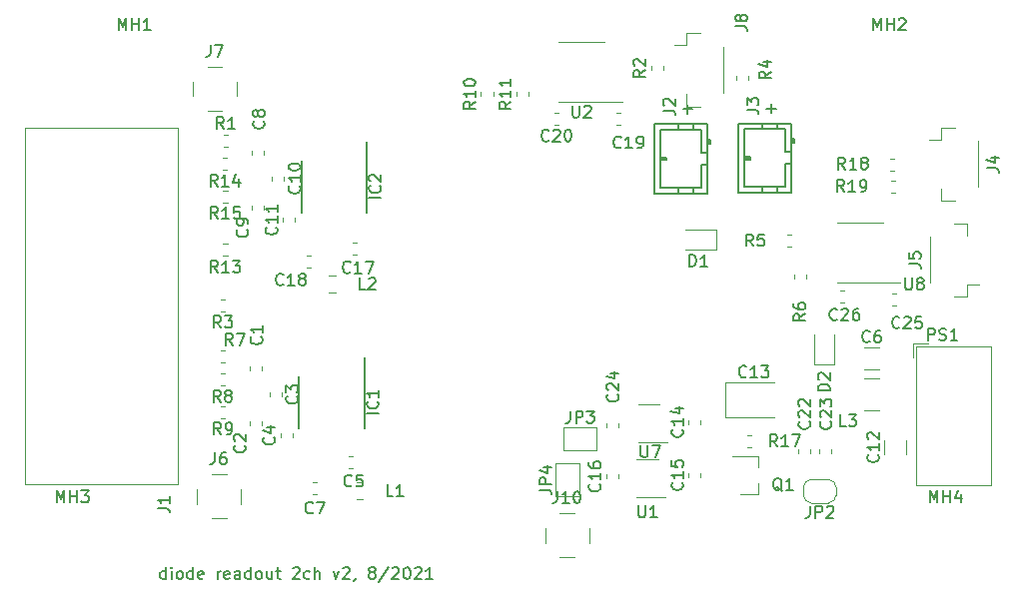
<source format=gto>
G04 #@! TF.GenerationSoftware,KiCad,Pcbnew,(5.1.5-0)*
G04 #@! TF.CreationDate,2021-08-24T11:58:41-06:00*
G04 #@! TF.ProjectId,2ch-ads,3263682d-6164-4732-9e6b-696361645f70,rev?*
G04 #@! TF.SameCoordinates,Original*
G04 #@! TF.FileFunction,Legend,Top*
G04 #@! TF.FilePolarity,Positive*
%FSLAX46Y46*%
G04 Gerber Fmt 4.6, Leading zero omitted, Abs format (unit mm)*
G04 Created by KiCad (PCBNEW (5.1.5-0)) date 2021-08-24 11:58:41*
%MOMM*%
%LPD*%
G04 APERTURE LIST*
%ADD10C,0.150000*%
%ADD11C,0.120000*%
G04 APERTURE END LIST*
D10*
X104928571Y-123452380D02*
X104928571Y-122452380D01*
X104928571Y-123404761D02*
X104833333Y-123452380D01*
X104642857Y-123452380D01*
X104547619Y-123404761D01*
X104500000Y-123357142D01*
X104452380Y-123261904D01*
X104452380Y-122976190D01*
X104500000Y-122880952D01*
X104547619Y-122833333D01*
X104642857Y-122785714D01*
X104833333Y-122785714D01*
X104928571Y-122833333D01*
X105404761Y-123452380D02*
X105404761Y-122785714D01*
X105404761Y-122452380D02*
X105357142Y-122500000D01*
X105404761Y-122547619D01*
X105452380Y-122500000D01*
X105404761Y-122452380D01*
X105404761Y-122547619D01*
X106023809Y-123452380D02*
X105928571Y-123404761D01*
X105880952Y-123357142D01*
X105833333Y-123261904D01*
X105833333Y-122976190D01*
X105880952Y-122880952D01*
X105928571Y-122833333D01*
X106023809Y-122785714D01*
X106166666Y-122785714D01*
X106261904Y-122833333D01*
X106309523Y-122880952D01*
X106357142Y-122976190D01*
X106357142Y-123261904D01*
X106309523Y-123357142D01*
X106261904Y-123404761D01*
X106166666Y-123452380D01*
X106023809Y-123452380D01*
X107214285Y-123452380D02*
X107214285Y-122452380D01*
X107214285Y-123404761D02*
X107119047Y-123452380D01*
X106928571Y-123452380D01*
X106833333Y-123404761D01*
X106785714Y-123357142D01*
X106738095Y-123261904D01*
X106738095Y-122976190D01*
X106785714Y-122880952D01*
X106833333Y-122833333D01*
X106928571Y-122785714D01*
X107119047Y-122785714D01*
X107214285Y-122833333D01*
X108071428Y-123404761D02*
X107976190Y-123452380D01*
X107785714Y-123452380D01*
X107690476Y-123404761D01*
X107642857Y-123309523D01*
X107642857Y-122928571D01*
X107690476Y-122833333D01*
X107785714Y-122785714D01*
X107976190Y-122785714D01*
X108071428Y-122833333D01*
X108119047Y-122928571D01*
X108119047Y-123023809D01*
X107642857Y-123119047D01*
X109309523Y-123452380D02*
X109309523Y-122785714D01*
X109309523Y-122976190D02*
X109357142Y-122880952D01*
X109404761Y-122833333D01*
X109500000Y-122785714D01*
X109595238Y-122785714D01*
X110309523Y-123404761D02*
X110214285Y-123452380D01*
X110023809Y-123452380D01*
X109928571Y-123404761D01*
X109880952Y-123309523D01*
X109880952Y-122928571D01*
X109928571Y-122833333D01*
X110023809Y-122785714D01*
X110214285Y-122785714D01*
X110309523Y-122833333D01*
X110357142Y-122928571D01*
X110357142Y-123023809D01*
X109880952Y-123119047D01*
X111214285Y-123452380D02*
X111214285Y-122928571D01*
X111166666Y-122833333D01*
X111071428Y-122785714D01*
X110880952Y-122785714D01*
X110785714Y-122833333D01*
X111214285Y-123404761D02*
X111119047Y-123452380D01*
X110880952Y-123452380D01*
X110785714Y-123404761D01*
X110738095Y-123309523D01*
X110738095Y-123214285D01*
X110785714Y-123119047D01*
X110880952Y-123071428D01*
X111119047Y-123071428D01*
X111214285Y-123023809D01*
X112119047Y-123452380D02*
X112119047Y-122452380D01*
X112119047Y-123404761D02*
X112023809Y-123452380D01*
X111833333Y-123452380D01*
X111738095Y-123404761D01*
X111690476Y-123357142D01*
X111642857Y-123261904D01*
X111642857Y-122976190D01*
X111690476Y-122880952D01*
X111738095Y-122833333D01*
X111833333Y-122785714D01*
X112023809Y-122785714D01*
X112119047Y-122833333D01*
X112738095Y-123452380D02*
X112642857Y-123404761D01*
X112595238Y-123357142D01*
X112547619Y-123261904D01*
X112547619Y-122976190D01*
X112595238Y-122880952D01*
X112642857Y-122833333D01*
X112738095Y-122785714D01*
X112880952Y-122785714D01*
X112976190Y-122833333D01*
X113023809Y-122880952D01*
X113071428Y-122976190D01*
X113071428Y-123261904D01*
X113023809Y-123357142D01*
X112976190Y-123404761D01*
X112880952Y-123452380D01*
X112738095Y-123452380D01*
X113928571Y-122785714D02*
X113928571Y-123452380D01*
X113500000Y-122785714D02*
X113500000Y-123309523D01*
X113547619Y-123404761D01*
X113642857Y-123452380D01*
X113785714Y-123452380D01*
X113880952Y-123404761D01*
X113928571Y-123357142D01*
X114261904Y-122785714D02*
X114642857Y-122785714D01*
X114404761Y-122452380D02*
X114404761Y-123309523D01*
X114452380Y-123404761D01*
X114547619Y-123452380D01*
X114642857Y-123452380D01*
X115690476Y-122547619D02*
X115738095Y-122500000D01*
X115833333Y-122452380D01*
X116071428Y-122452380D01*
X116166666Y-122500000D01*
X116214285Y-122547619D01*
X116261904Y-122642857D01*
X116261904Y-122738095D01*
X116214285Y-122880952D01*
X115642857Y-123452380D01*
X116261904Y-123452380D01*
X117119047Y-123404761D02*
X117023809Y-123452380D01*
X116833333Y-123452380D01*
X116738095Y-123404761D01*
X116690476Y-123357142D01*
X116642857Y-123261904D01*
X116642857Y-122976190D01*
X116690476Y-122880952D01*
X116738095Y-122833333D01*
X116833333Y-122785714D01*
X117023809Y-122785714D01*
X117119047Y-122833333D01*
X117547619Y-123452380D02*
X117547619Y-122452380D01*
X117976190Y-123452380D02*
X117976190Y-122928571D01*
X117928571Y-122833333D01*
X117833333Y-122785714D01*
X117690476Y-122785714D01*
X117595238Y-122833333D01*
X117547619Y-122880952D01*
X119119047Y-122785714D02*
X119357142Y-123452380D01*
X119595238Y-122785714D01*
X119928571Y-122547619D02*
X119976190Y-122500000D01*
X120071428Y-122452380D01*
X120309523Y-122452380D01*
X120404761Y-122500000D01*
X120452380Y-122547619D01*
X120500000Y-122642857D01*
X120500000Y-122738095D01*
X120452380Y-122880952D01*
X119880952Y-123452380D01*
X120500000Y-123452380D01*
X120976190Y-123404761D02*
X120976190Y-123452380D01*
X120928571Y-123547619D01*
X120880952Y-123595238D01*
X122309523Y-122880952D02*
X122214285Y-122833333D01*
X122166666Y-122785714D01*
X122119047Y-122690476D01*
X122119047Y-122642857D01*
X122166666Y-122547619D01*
X122214285Y-122500000D01*
X122309523Y-122452380D01*
X122500000Y-122452380D01*
X122595238Y-122500000D01*
X122642857Y-122547619D01*
X122690476Y-122642857D01*
X122690476Y-122690476D01*
X122642857Y-122785714D01*
X122595238Y-122833333D01*
X122500000Y-122880952D01*
X122309523Y-122880952D01*
X122214285Y-122928571D01*
X122166666Y-122976190D01*
X122119047Y-123071428D01*
X122119047Y-123261904D01*
X122166666Y-123357142D01*
X122214285Y-123404761D01*
X122309523Y-123452380D01*
X122500000Y-123452380D01*
X122595238Y-123404761D01*
X122642857Y-123357142D01*
X122690476Y-123261904D01*
X122690476Y-123071428D01*
X122642857Y-122976190D01*
X122595238Y-122928571D01*
X122500000Y-122880952D01*
X123833333Y-122404761D02*
X122976190Y-123690476D01*
X124119047Y-122547619D02*
X124166666Y-122500000D01*
X124261904Y-122452380D01*
X124500000Y-122452380D01*
X124595238Y-122500000D01*
X124642857Y-122547619D01*
X124690476Y-122642857D01*
X124690476Y-122738095D01*
X124642857Y-122880952D01*
X124071428Y-123452380D01*
X124690476Y-123452380D01*
X125309523Y-122452380D02*
X125404761Y-122452380D01*
X125500000Y-122500000D01*
X125547619Y-122547619D01*
X125595238Y-122642857D01*
X125642857Y-122833333D01*
X125642857Y-123071428D01*
X125595238Y-123261904D01*
X125547619Y-123357142D01*
X125500000Y-123404761D01*
X125404761Y-123452380D01*
X125309523Y-123452380D01*
X125214285Y-123404761D01*
X125166666Y-123357142D01*
X125119047Y-123261904D01*
X125071428Y-123071428D01*
X125071428Y-122833333D01*
X125119047Y-122642857D01*
X125166666Y-122547619D01*
X125214285Y-122500000D01*
X125309523Y-122452380D01*
X126023809Y-122547619D02*
X126071428Y-122500000D01*
X126166666Y-122452380D01*
X126404761Y-122452380D01*
X126500000Y-122500000D01*
X126547619Y-122547619D01*
X126595238Y-122642857D01*
X126595238Y-122738095D01*
X126547619Y-122880952D01*
X125976190Y-123452380D01*
X126595238Y-123452380D01*
X127547619Y-123452380D02*
X126976190Y-123452380D01*
X127261904Y-123452380D02*
X127261904Y-122452380D01*
X127166666Y-122595238D01*
X127071428Y-122690476D01*
X126976190Y-122738095D01*
D11*
X109946267Y-99740000D02*
X109603733Y-99740000D01*
X109946267Y-100760000D02*
X109603733Y-100760000D01*
X140150000Y-83010000D02*
X143600000Y-83010000D01*
X140150000Y-83010000D02*
X138200000Y-83010000D01*
X140150000Y-77890000D02*
X142100000Y-77890000D01*
X140150000Y-77890000D02*
X138200000Y-77890000D01*
X135660000Y-82496267D02*
X135660000Y-82153733D01*
X134640000Y-82496267D02*
X134640000Y-82153733D01*
X132660000Y-82496267D02*
X132660000Y-82153733D01*
X131640000Y-82496267D02*
X131640000Y-82153733D01*
X154260000Y-81096267D02*
X154260000Y-80753733D01*
X153240000Y-81096267D02*
X153240000Y-80753733D01*
X147060000Y-80296267D02*
X147060000Y-79953733D01*
X146040000Y-80296267D02*
X146040000Y-79953733D01*
X152160000Y-78310000D02*
X152160000Y-82190000D01*
X149040000Y-83360000D02*
X149040000Y-82310000D01*
X150190000Y-83360000D02*
X149040000Y-83360000D01*
X149040000Y-78190000D02*
X148050000Y-78190000D01*
X149040000Y-77140000D02*
X149040000Y-78190000D01*
X150190000Y-77140000D02*
X149040000Y-77140000D01*
D10*
X121950000Y-86375000D02*
X121950000Y-92350000D01*
X116425000Y-87950000D02*
X116425000Y-92350000D01*
X121750000Y-104675000D02*
X121750000Y-110650000D01*
X116225000Y-106250000D02*
X116225000Y-110650000D01*
D11*
X138196267Y-83940000D02*
X137853733Y-83940000D01*
X138196267Y-84960000D02*
X137853733Y-84960000D01*
X143103733Y-84960000D02*
X143446267Y-84960000D01*
X143103733Y-83940000D02*
X143446267Y-83940000D01*
X116828733Y-97010000D02*
X117171267Y-97010000D01*
X116828733Y-95990000D02*
X117171267Y-95990000D01*
X120753733Y-95960000D02*
X121096267Y-95960000D01*
X120753733Y-94940000D02*
X121096267Y-94940000D01*
X115860000Y-93146267D02*
X115860000Y-92803733D01*
X114840000Y-93146267D02*
X114840000Y-92803733D01*
X113940000Y-89303733D02*
X113940000Y-89646267D01*
X114960000Y-89303733D02*
X114960000Y-89646267D01*
X112240000Y-91803733D02*
X112240000Y-92146267D01*
X113260000Y-91803733D02*
X113260000Y-92146267D01*
X112240000Y-87103733D02*
X112240000Y-87446267D01*
X113260000Y-87103733D02*
X113260000Y-87446267D01*
X117403733Y-116260000D02*
X117746267Y-116260000D01*
X117403733Y-115240000D02*
X117746267Y-115240000D01*
X120403733Y-114060000D02*
X120746267Y-114060000D01*
X120403733Y-113040000D02*
X120746267Y-113040000D01*
X115660000Y-111446267D02*
X115660000Y-111103733D01*
X114640000Y-111446267D02*
X114640000Y-111103733D01*
X113740000Y-107603733D02*
X113740000Y-107946267D01*
X114760000Y-107603733D02*
X114760000Y-107946267D01*
X112040000Y-110103733D02*
X112040000Y-110446267D01*
X113060000Y-110103733D02*
X113060000Y-110446267D01*
X112040000Y-105403733D02*
X112040000Y-105746267D01*
X113060000Y-105403733D02*
X113060000Y-105746267D01*
X152302500Y-109760000D02*
X156512500Y-109760000D01*
X152302500Y-106740000D02*
X152302500Y-109760000D01*
X156512500Y-106740000D02*
X152302500Y-106740000D01*
X139570000Y-121620000D02*
X138330000Y-121620000D01*
X139570000Y-117880000D02*
X138330000Y-117880000D01*
X137080000Y-120370000D02*
X137080000Y-119130000D01*
X140820000Y-120370000D02*
X140820000Y-119130000D01*
X166746267Y-89640000D02*
X166403733Y-89640000D01*
X166746267Y-90660000D02*
X166403733Y-90660000D01*
X166621267Y-87840000D02*
X166278733Y-87840000D01*
X166621267Y-88860000D02*
X166278733Y-88860000D01*
X137950000Y-116450000D02*
X137950000Y-113650000D01*
X137950000Y-113650000D02*
X139950000Y-113650000D01*
X139950000Y-113650000D02*
X139950000Y-116450000D01*
X139950000Y-116450000D02*
X137950000Y-116450000D01*
X138650000Y-110550000D02*
X141450000Y-110550000D01*
X141450000Y-110550000D02*
X141450000Y-112550000D01*
X141450000Y-112550000D02*
X138650000Y-112550000D01*
X138650000Y-112550000D02*
X138650000Y-110550000D01*
X109700000Y-83750000D02*
X108460000Y-83750000D01*
X109700000Y-80010000D02*
X108460000Y-80010000D01*
X107210000Y-82500000D02*
X107210000Y-81260000D01*
X110950000Y-82500000D02*
X110950000Y-81260000D01*
X110070000Y-118320000D02*
X108830000Y-118320000D01*
X110070000Y-114580000D02*
X108830000Y-114580000D01*
X107580000Y-117070000D02*
X107580000Y-115830000D01*
X111320000Y-117070000D02*
X111320000Y-115830000D01*
X162421267Y-98940000D02*
X162078733Y-98940000D01*
X162421267Y-99960000D02*
X162078733Y-99960000D01*
X166453733Y-100260000D02*
X166796267Y-100260000D01*
X166453733Y-99240000D02*
X166796267Y-99240000D01*
X163750000Y-98310000D02*
X167200000Y-98310000D01*
X163750000Y-98310000D02*
X161800000Y-98310000D01*
X163750000Y-93190000D02*
X165700000Y-93190000D01*
X163750000Y-93190000D02*
X161800000Y-93190000D01*
X144950000Y-111810000D02*
X147400000Y-111810000D01*
X146750000Y-108590000D02*
X144950000Y-108590000D01*
X144850000Y-116470000D02*
X147300000Y-116470000D01*
X146650000Y-113250000D02*
X144850000Y-113250000D01*
X154546267Y-111240000D02*
X154203733Y-111240000D01*
X154546267Y-112260000D02*
X154203733Y-112260000D01*
X165352064Y-106390000D02*
X164147936Y-106390000D01*
X165352064Y-109110000D02*
X164147936Y-109110000D01*
X171710000Y-99490000D02*
X172860000Y-99490000D01*
X172860000Y-99490000D02*
X172860000Y-98440000D01*
X172860000Y-98440000D02*
X173850000Y-98440000D01*
X171710000Y-93270000D02*
X172860000Y-93270000D01*
X172860000Y-93270000D02*
X172860000Y-94320000D01*
X169740000Y-98320000D02*
X169740000Y-94440000D01*
X171790000Y-85140000D02*
X170640000Y-85140000D01*
X170640000Y-85140000D02*
X170640000Y-86190000D01*
X170640000Y-86190000D02*
X169650000Y-86190000D01*
X171790000Y-91360000D02*
X170640000Y-91360000D01*
X170640000Y-91360000D02*
X170640000Y-90310000D01*
X173760000Y-86310000D02*
X173760000Y-90190000D01*
X143260000Y-110546267D02*
X143260000Y-110203733D01*
X142240000Y-110546267D02*
X142240000Y-110203733D01*
X143260000Y-114921267D02*
X143260000Y-114578733D01*
X142240000Y-114921267D02*
X142240000Y-114578733D01*
X150260000Y-114796267D02*
X150260000Y-114453733D01*
X149240000Y-114796267D02*
X149240000Y-114453733D01*
X150260000Y-110296267D02*
X150260000Y-109953733D01*
X149240000Y-110296267D02*
X149240000Y-109953733D01*
X167660000Y-112864564D02*
X167660000Y-111660436D01*
X165840000Y-112864564D02*
X165840000Y-111660436D01*
X164147936Y-105660000D02*
X165352064Y-105660000D01*
X164147936Y-103840000D02*
X165352064Y-103840000D01*
X159185000Y-97971267D02*
X159185000Y-97628733D01*
X158165000Y-97971267D02*
X158165000Y-97628733D01*
X157578733Y-95260000D02*
X157921267Y-95260000D01*
X157578733Y-94240000D02*
X157921267Y-94240000D01*
X168300000Y-103480000D02*
X168300000Y-104680000D01*
X169500000Y-103480000D02*
X168300000Y-103480000D01*
X174840000Y-115450000D02*
X168500000Y-115450000D01*
X168500000Y-103680000D02*
X168500000Y-115450000D01*
X174840000Y-103680000D02*
X168500000Y-103680000D01*
X174840000Y-103680000D02*
X174840000Y-115450000D01*
X155110000Y-116230000D02*
X153650000Y-116230000D01*
X155110000Y-113070000D02*
X152950000Y-113070000D01*
X155110000Y-113070000D02*
X155110000Y-114000000D01*
X155110000Y-116230000D02*
X155110000Y-115300000D01*
X161050000Y-117000000D02*
X159650000Y-117000000D01*
X158950000Y-116300000D02*
X158950000Y-115700000D01*
X159650000Y-115000000D02*
X161050000Y-115000000D01*
X161750000Y-115700000D02*
X161750000Y-116300000D01*
X161750000Y-116300000D02*
G75*
G02X161050000Y-117000000I-700000J0D01*
G01*
X161050000Y-115000000D02*
G75*
G02X161750000Y-115700000I0J-700000D01*
G01*
X158950000Y-115700000D02*
G75*
G02X159650000Y-115000000I700000J0D01*
G01*
X159650000Y-117000000D02*
G75*
G02X158950000Y-116300000I0J700000D01*
G01*
D10*
X153950000Y-87750000D02*
X154450000Y-87750000D01*
X154450000Y-87850000D02*
X153950000Y-87850000D01*
X154450000Y-87650000D02*
X154450000Y-87850000D01*
X153950000Y-87650000D02*
X154450000Y-87650000D01*
X158050000Y-86450000D02*
X158050000Y-86150000D01*
X158150000Y-86150000D02*
X157950000Y-86150000D01*
X158150000Y-86450000D02*
X158150000Y-86150000D01*
X157950000Y-86450000D02*
X158150000Y-86450000D01*
X155450000Y-90200000D02*
X155450000Y-90700000D01*
X156750000Y-90200000D02*
X156750000Y-90700000D01*
X155450000Y-84800000D02*
X155450000Y-85300000D01*
X156750000Y-84800000D02*
X156750000Y-85300000D01*
X157450000Y-88250000D02*
X157950000Y-88250000D01*
X157450000Y-90200000D02*
X157450000Y-88250000D01*
X153950000Y-90200000D02*
X157450000Y-90200000D01*
X153950000Y-85300000D02*
X153950000Y-90200000D01*
X157450000Y-85300000D02*
X153950000Y-85300000D01*
X157450000Y-87250000D02*
X157450000Y-85300000D01*
X157950000Y-87250000D02*
X157450000Y-87250000D01*
X153450000Y-90700000D02*
X153450000Y-84800000D01*
X157950000Y-90700000D02*
X153450000Y-90700000D01*
X157950000Y-84800000D02*
X157950000Y-90700000D01*
X153450000Y-84800000D02*
X157950000Y-84800000D01*
X156650000Y-83550000D02*
X155850000Y-83550000D01*
X155850000Y-83550000D02*
X156250000Y-83550000D01*
X156250000Y-83550000D02*
X156250000Y-83750000D01*
X156250000Y-83750000D02*
X156250000Y-83150000D01*
X156250000Y-83150000D02*
X156250000Y-83950000D01*
X146850000Y-87800000D02*
X147350000Y-87800000D01*
X147350000Y-87900000D02*
X146850000Y-87900000D01*
X147350000Y-87700000D02*
X147350000Y-87900000D01*
X146850000Y-87700000D02*
X147350000Y-87700000D01*
X150950000Y-86500000D02*
X150950000Y-86200000D01*
X151050000Y-86200000D02*
X150850000Y-86200000D01*
X151050000Y-86500000D02*
X151050000Y-86200000D01*
X150850000Y-86500000D02*
X151050000Y-86500000D01*
X148350000Y-90250000D02*
X148350000Y-90750000D01*
X149650000Y-90250000D02*
X149650000Y-90750000D01*
X148350000Y-84850000D02*
X148350000Y-85350000D01*
X149650000Y-84850000D02*
X149650000Y-85350000D01*
X150350000Y-88300000D02*
X150850000Y-88300000D01*
X150350000Y-90250000D02*
X150350000Y-88300000D01*
X146850000Y-90250000D02*
X150350000Y-90250000D01*
X146850000Y-85350000D02*
X146850000Y-90250000D01*
X150350000Y-85350000D02*
X146850000Y-85350000D01*
X150350000Y-87300000D02*
X150350000Y-85350000D01*
X150850000Y-87300000D02*
X150350000Y-87300000D01*
X146350000Y-90750000D02*
X146350000Y-84850000D01*
X150850000Y-90750000D02*
X146350000Y-90750000D01*
X150850000Y-84850000D02*
X150850000Y-90750000D01*
X146350000Y-84850000D02*
X150850000Y-84850000D01*
X149550000Y-83600000D02*
X148750000Y-83600000D01*
X148750000Y-83600000D02*
X149150000Y-83600000D01*
X149150000Y-83600000D02*
X149150000Y-83800000D01*
X149150000Y-83800000D02*
X149150000Y-83200000D01*
X149150000Y-83200000D02*
X149150000Y-84000000D01*
D11*
X159900000Y-105250000D02*
X159900000Y-102700000D01*
X161600000Y-105250000D02*
X161600000Y-102700000D01*
X159900000Y-105250000D02*
X161600000Y-105250000D01*
X151550000Y-95500000D02*
X149000000Y-95500000D01*
X151550000Y-93800000D02*
X149000000Y-93800000D01*
X151550000Y-95500000D02*
X151550000Y-93800000D01*
X160290000Y-112478733D02*
X160290000Y-112821267D01*
X161310000Y-112478733D02*
X161310000Y-112821267D01*
X158490000Y-112478733D02*
X158490000Y-112821267D01*
X159510000Y-112478733D02*
X159510000Y-112821267D01*
X119286252Y-97740000D02*
X118763748Y-97740000D01*
X119286252Y-99160000D02*
X118763748Y-99160000D01*
X121636252Y-115265000D02*
X121113748Y-115265000D01*
X121636252Y-116685000D02*
X121113748Y-116685000D01*
X110139267Y-90490000D02*
X109796733Y-90490000D01*
X110139267Y-91510000D02*
X109796733Y-91510000D01*
X110107267Y-87740000D02*
X109764733Y-87740000D01*
X110107267Y-88760000D02*
X109764733Y-88760000D01*
X109796733Y-96010000D02*
X110139267Y-96010000D01*
X109796733Y-94990000D02*
X110139267Y-94990000D01*
X109939267Y-108790000D02*
X109596733Y-108790000D01*
X109939267Y-109810000D02*
X109596733Y-109810000D01*
X109907267Y-106040000D02*
X109564733Y-106040000D01*
X109907267Y-107060000D02*
X109564733Y-107060000D01*
X109578733Y-105060000D02*
X109921267Y-105060000D01*
X109578733Y-104040000D02*
X109921267Y-104040000D01*
X109828733Y-86760000D02*
X110171267Y-86760000D01*
X109828733Y-85740000D02*
X110171267Y-85740000D01*
X105913000Y-85221000D02*
X105913000Y-115431000D01*
X105913000Y-85221000D02*
X93003000Y-85221000D01*
X93003000Y-115431000D02*
X105913000Y-115431000D01*
X93003000Y-115431000D02*
X93003000Y-85221000D01*
D10*
X109608333Y-102132380D02*
X109275000Y-101656190D01*
X109036904Y-102132380D02*
X109036904Y-101132380D01*
X109417857Y-101132380D01*
X109513095Y-101180000D01*
X109560714Y-101227619D01*
X109608333Y-101322857D01*
X109608333Y-101465714D01*
X109560714Y-101560952D01*
X109513095Y-101608571D01*
X109417857Y-101656190D01*
X109036904Y-101656190D01*
X109941666Y-101132380D02*
X110560714Y-101132380D01*
X110227380Y-101513333D01*
X110370238Y-101513333D01*
X110465476Y-101560952D01*
X110513095Y-101608571D01*
X110560714Y-101703809D01*
X110560714Y-101941904D01*
X110513095Y-102037142D01*
X110465476Y-102084761D01*
X110370238Y-102132380D01*
X110084523Y-102132380D01*
X109989285Y-102084761D01*
X109941666Y-102037142D01*
X139388095Y-83302380D02*
X139388095Y-84111904D01*
X139435714Y-84207142D01*
X139483333Y-84254761D01*
X139578571Y-84302380D01*
X139769047Y-84302380D01*
X139864285Y-84254761D01*
X139911904Y-84207142D01*
X139959523Y-84111904D01*
X139959523Y-83302380D01*
X140388095Y-83397619D02*
X140435714Y-83350000D01*
X140530952Y-83302380D01*
X140769047Y-83302380D01*
X140864285Y-83350000D01*
X140911904Y-83397619D01*
X140959523Y-83492857D01*
X140959523Y-83588095D01*
X140911904Y-83730952D01*
X140340476Y-84302380D01*
X140959523Y-84302380D01*
X134172380Y-82967857D02*
X133696190Y-83301190D01*
X134172380Y-83539285D02*
X133172380Y-83539285D01*
X133172380Y-83158333D01*
X133220000Y-83063095D01*
X133267619Y-83015476D01*
X133362857Y-82967857D01*
X133505714Y-82967857D01*
X133600952Y-83015476D01*
X133648571Y-83063095D01*
X133696190Y-83158333D01*
X133696190Y-83539285D01*
X134172380Y-82015476D02*
X134172380Y-82586904D01*
X134172380Y-82301190D02*
X133172380Y-82301190D01*
X133315238Y-82396428D01*
X133410476Y-82491666D01*
X133458095Y-82586904D01*
X134172380Y-81063095D02*
X134172380Y-81634523D01*
X134172380Y-81348809D02*
X133172380Y-81348809D01*
X133315238Y-81444047D01*
X133410476Y-81539285D01*
X133458095Y-81634523D01*
X131172380Y-82967857D02*
X130696190Y-83301190D01*
X131172380Y-83539285D02*
X130172380Y-83539285D01*
X130172380Y-83158333D01*
X130220000Y-83063095D01*
X130267619Y-83015476D01*
X130362857Y-82967857D01*
X130505714Y-82967857D01*
X130600952Y-83015476D01*
X130648571Y-83063095D01*
X130696190Y-83158333D01*
X130696190Y-83539285D01*
X131172380Y-82015476D02*
X131172380Y-82586904D01*
X131172380Y-82301190D02*
X130172380Y-82301190D01*
X130315238Y-82396428D01*
X130410476Y-82491666D01*
X130458095Y-82586904D01*
X130172380Y-81396428D02*
X130172380Y-81301190D01*
X130220000Y-81205952D01*
X130267619Y-81158333D01*
X130362857Y-81110714D01*
X130553333Y-81063095D01*
X130791428Y-81063095D01*
X130981904Y-81110714D01*
X131077142Y-81158333D01*
X131124761Y-81205952D01*
X131172380Y-81301190D01*
X131172380Y-81396428D01*
X131124761Y-81491666D01*
X131077142Y-81539285D01*
X130981904Y-81586904D01*
X130791428Y-81634523D01*
X130553333Y-81634523D01*
X130362857Y-81586904D01*
X130267619Y-81539285D01*
X130220000Y-81491666D01*
X130172380Y-81396428D01*
X156202380Y-80416666D02*
X155726190Y-80750000D01*
X156202380Y-80988095D02*
X155202380Y-80988095D01*
X155202380Y-80607142D01*
X155250000Y-80511904D01*
X155297619Y-80464285D01*
X155392857Y-80416666D01*
X155535714Y-80416666D01*
X155630952Y-80464285D01*
X155678571Y-80511904D01*
X155726190Y-80607142D01*
X155726190Y-80988095D01*
X155535714Y-79559523D02*
X156202380Y-79559523D01*
X155154761Y-79797619D02*
X155869047Y-80035714D01*
X155869047Y-79416666D01*
X145572380Y-80291666D02*
X145096190Y-80625000D01*
X145572380Y-80863095D02*
X144572380Y-80863095D01*
X144572380Y-80482142D01*
X144620000Y-80386904D01*
X144667619Y-80339285D01*
X144762857Y-80291666D01*
X144905714Y-80291666D01*
X145000952Y-80339285D01*
X145048571Y-80386904D01*
X145096190Y-80482142D01*
X145096190Y-80863095D01*
X144667619Y-79910714D02*
X144620000Y-79863095D01*
X144572380Y-79767857D01*
X144572380Y-79529761D01*
X144620000Y-79434523D01*
X144667619Y-79386904D01*
X144762857Y-79339285D01*
X144858095Y-79339285D01*
X145000952Y-79386904D01*
X145572380Y-79958333D01*
X145572380Y-79339285D01*
X153202380Y-76583333D02*
X153916666Y-76583333D01*
X154059523Y-76630952D01*
X154154761Y-76726190D01*
X154202380Y-76869047D01*
X154202380Y-76964285D01*
X153630952Y-75964285D02*
X153583333Y-76059523D01*
X153535714Y-76107142D01*
X153440476Y-76154761D01*
X153392857Y-76154761D01*
X153297619Y-76107142D01*
X153250000Y-76059523D01*
X153202380Y-75964285D01*
X153202380Y-75773809D01*
X153250000Y-75678571D01*
X153297619Y-75630952D01*
X153392857Y-75583333D01*
X153440476Y-75583333D01*
X153535714Y-75630952D01*
X153583333Y-75678571D01*
X153630952Y-75773809D01*
X153630952Y-75964285D01*
X153678571Y-76059523D01*
X153726190Y-76107142D01*
X153821428Y-76154761D01*
X154011904Y-76154761D01*
X154107142Y-76107142D01*
X154154761Y-76059523D01*
X154202380Y-75964285D01*
X154202380Y-75773809D01*
X154154761Y-75678571D01*
X154107142Y-75630952D01*
X154011904Y-75583333D01*
X153821428Y-75583333D01*
X153726190Y-75630952D01*
X153678571Y-75678571D01*
X153630952Y-75773809D01*
X123152380Y-91126190D02*
X122152380Y-91126190D01*
X123057142Y-90078571D02*
X123104761Y-90126190D01*
X123152380Y-90269047D01*
X123152380Y-90364285D01*
X123104761Y-90507142D01*
X123009523Y-90602380D01*
X122914285Y-90650000D01*
X122723809Y-90697619D01*
X122580952Y-90697619D01*
X122390476Y-90650000D01*
X122295238Y-90602380D01*
X122200000Y-90507142D01*
X122152380Y-90364285D01*
X122152380Y-90269047D01*
X122200000Y-90126190D01*
X122247619Y-90078571D01*
X122247619Y-89697619D02*
X122200000Y-89650000D01*
X122152380Y-89554761D01*
X122152380Y-89316666D01*
X122200000Y-89221428D01*
X122247619Y-89173809D01*
X122342857Y-89126190D01*
X122438095Y-89126190D01*
X122580952Y-89173809D01*
X123152380Y-89745238D01*
X123152380Y-89126190D01*
X122952380Y-109426190D02*
X121952380Y-109426190D01*
X122857142Y-108378571D02*
X122904761Y-108426190D01*
X122952380Y-108569047D01*
X122952380Y-108664285D01*
X122904761Y-108807142D01*
X122809523Y-108902380D01*
X122714285Y-108950000D01*
X122523809Y-108997619D01*
X122380952Y-108997619D01*
X122190476Y-108950000D01*
X122095238Y-108902380D01*
X122000000Y-108807142D01*
X121952380Y-108664285D01*
X121952380Y-108569047D01*
X122000000Y-108426190D01*
X122047619Y-108378571D01*
X122952380Y-107426190D02*
X122952380Y-107997619D01*
X122952380Y-107711904D02*
X121952380Y-107711904D01*
X122095238Y-107807142D01*
X122190476Y-107902380D01*
X122238095Y-107997619D01*
X137382142Y-86237142D02*
X137334523Y-86284761D01*
X137191666Y-86332380D01*
X137096428Y-86332380D01*
X136953571Y-86284761D01*
X136858333Y-86189523D01*
X136810714Y-86094285D01*
X136763095Y-85903809D01*
X136763095Y-85760952D01*
X136810714Y-85570476D01*
X136858333Y-85475238D01*
X136953571Y-85380000D01*
X137096428Y-85332380D01*
X137191666Y-85332380D01*
X137334523Y-85380000D01*
X137382142Y-85427619D01*
X137763095Y-85427619D02*
X137810714Y-85380000D01*
X137905952Y-85332380D01*
X138144047Y-85332380D01*
X138239285Y-85380000D01*
X138286904Y-85427619D01*
X138334523Y-85522857D01*
X138334523Y-85618095D01*
X138286904Y-85760952D01*
X137715476Y-86332380D01*
X138334523Y-86332380D01*
X138953571Y-85332380D02*
X139048809Y-85332380D01*
X139144047Y-85380000D01*
X139191666Y-85427619D01*
X139239285Y-85522857D01*
X139286904Y-85713333D01*
X139286904Y-85951428D01*
X139239285Y-86141904D01*
X139191666Y-86237142D01*
X139144047Y-86284761D01*
X139048809Y-86332380D01*
X138953571Y-86332380D01*
X138858333Y-86284761D01*
X138810714Y-86237142D01*
X138763095Y-86141904D01*
X138715476Y-85951428D01*
X138715476Y-85713333D01*
X138763095Y-85522857D01*
X138810714Y-85427619D01*
X138858333Y-85380000D01*
X138953571Y-85332380D01*
X143507142Y-86807142D02*
X143459523Y-86854761D01*
X143316666Y-86902380D01*
X143221428Y-86902380D01*
X143078571Y-86854761D01*
X142983333Y-86759523D01*
X142935714Y-86664285D01*
X142888095Y-86473809D01*
X142888095Y-86330952D01*
X142935714Y-86140476D01*
X142983333Y-86045238D01*
X143078571Y-85950000D01*
X143221428Y-85902380D01*
X143316666Y-85902380D01*
X143459523Y-85950000D01*
X143507142Y-85997619D01*
X144459523Y-86902380D02*
X143888095Y-86902380D01*
X144173809Y-86902380D02*
X144173809Y-85902380D01*
X144078571Y-86045238D01*
X143983333Y-86140476D01*
X143888095Y-86188095D01*
X144935714Y-86902380D02*
X145126190Y-86902380D01*
X145221428Y-86854761D01*
X145269047Y-86807142D01*
X145364285Y-86664285D01*
X145411904Y-86473809D01*
X145411904Y-86092857D01*
X145364285Y-85997619D01*
X145316666Y-85950000D01*
X145221428Y-85902380D01*
X145030952Y-85902380D01*
X144935714Y-85950000D01*
X144888095Y-85997619D01*
X144840476Y-86092857D01*
X144840476Y-86330952D01*
X144888095Y-86426190D01*
X144935714Y-86473809D01*
X145030952Y-86521428D01*
X145221428Y-86521428D01*
X145316666Y-86473809D01*
X145364285Y-86426190D01*
X145411904Y-86330952D01*
X114882142Y-98457142D02*
X114834523Y-98504761D01*
X114691666Y-98552380D01*
X114596428Y-98552380D01*
X114453571Y-98504761D01*
X114358333Y-98409523D01*
X114310714Y-98314285D01*
X114263095Y-98123809D01*
X114263095Y-97980952D01*
X114310714Y-97790476D01*
X114358333Y-97695238D01*
X114453571Y-97600000D01*
X114596428Y-97552380D01*
X114691666Y-97552380D01*
X114834523Y-97600000D01*
X114882142Y-97647619D01*
X115834523Y-98552380D02*
X115263095Y-98552380D01*
X115548809Y-98552380D02*
X115548809Y-97552380D01*
X115453571Y-97695238D01*
X115358333Y-97790476D01*
X115263095Y-97838095D01*
X116405952Y-97980952D02*
X116310714Y-97933333D01*
X116263095Y-97885714D01*
X116215476Y-97790476D01*
X116215476Y-97742857D01*
X116263095Y-97647619D01*
X116310714Y-97600000D01*
X116405952Y-97552380D01*
X116596428Y-97552380D01*
X116691666Y-97600000D01*
X116739285Y-97647619D01*
X116786904Y-97742857D01*
X116786904Y-97790476D01*
X116739285Y-97885714D01*
X116691666Y-97933333D01*
X116596428Y-97980952D01*
X116405952Y-97980952D01*
X116310714Y-98028571D01*
X116263095Y-98076190D01*
X116215476Y-98171428D01*
X116215476Y-98361904D01*
X116263095Y-98457142D01*
X116310714Y-98504761D01*
X116405952Y-98552380D01*
X116596428Y-98552380D01*
X116691666Y-98504761D01*
X116739285Y-98457142D01*
X116786904Y-98361904D01*
X116786904Y-98171428D01*
X116739285Y-98076190D01*
X116691666Y-98028571D01*
X116596428Y-97980952D01*
X120557142Y-97407142D02*
X120509523Y-97454761D01*
X120366666Y-97502380D01*
X120271428Y-97502380D01*
X120128571Y-97454761D01*
X120033333Y-97359523D01*
X119985714Y-97264285D01*
X119938095Y-97073809D01*
X119938095Y-96930952D01*
X119985714Y-96740476D01*
X120033333Y-96645238D01*
X120128571Y-96550000D01*
X120271428Y-96502380D01*
X120366666Y-96502380D01*
X120509523Y-96550000D01*
X120557142Y-96597619D01*
X121509523Y-97502380D02*
X120938095Y-97502380D01*
X121223809Y-97502380D02*
X121223809Y-96502380D01*
X121128571Y-96645238D01*
X121033333Y-96740476D01*
X120938095Y-96788095D01*
X121842857Y-96502380D02*
X122509523Y-96502380D01*
X122080952Y-97502380D01*
X114277142Y-93617857D02*
X114324761Y-93665476D01*
X114372380Y-93808333D01*
X114372380Y-93903571D01*
X114324761Y-94046428D01*
X114229523Y-94141666D01*
X114134285Y-94189285D01*
X113943809Y-94236904D01*
X113800952Y-94236904D01*
X113610476Y-94189285D01*
X113515238Y-94141666D01*
X113420000Y-94046428D01*
X113372380Y-93903571D01*
X113372380Y-93808333D01*
X113420000Y-93665476D01*
X113467619Y-93617857D01*
X114372380Y-92665476D02*
X114372380Y-93236904D01*
X114372380Y-92951190D02*
X113372380Y-92951190D01*
X113515238Y-93046428D01*
X113610476Y-93141666D01*
X113658095Y-93236904D01*
X114372380Y-91713095D02*
X114372380Y-92284523D01*
X114372380Y-91998809D02*
X113372380Y-91998809D01*
X113515238Y-92094047D01*
X113610476Y-92189285D01*
X113658095Y-92284523D01*
X116237142Y-90117857D02*
X116284761Y-90165476D01*
X116332380Y-90308333D01*
X116332380Y-90403571D01*
X116284761Y-90546428D01*
X116189523Y-90641666D01*
X116094285Y-90689285D01*
X115903809Y-90736904D01*
X115760952Y-90736904D01*
X115570476Y-90689285D01*
X115475238Y-90641666D01*
X115380000Y-90546428D01*
X115332380Y-90403571D01*
X115332380Y-90308333D01*
X115380000Y-90165476D01*
X115427619Y-90117857D01*
X116332380Y-89165476D02*
X116332380Y-89736904D01*
X116332380Y-89451190D02*
X115332380Y-89451190D01*
X115475238Y-89546428D01*
X115570476Y-89641666D01*
X115618095Y-89736904D01*
X115332380Y-88546428D02*
X115332380Y-88451190D01*
X115380000Y-88355952D01*
X115427619Y-88308333D01*
X115522857Y-88260714D01*
X115713333Y-88213095D01*
X115951428Y-88213095D01*
X116141904Y-88260714D01*
X116237142Y-88308333D01*
X116284761Y-88355952D01*
X116332380Y-88451190D01*
X116332380Y-88546428D01*
X116284761Y-88641666D01*
X116237142Y-88689285D01*
X116141904Y-88736904D01*
X115951428Y-88784523D01*
X115713333Y-88784523D01*
X115522857Y-88736904D01*
X115427619Y-88689285D01*
X115380000Y-88641666D01*
X115332380Y-88546428D01*
X111807142Y-93816666D02*
X111854761Y-93864285D01*
X111902380Y-94007142D01*
X111902380Y-94102380D01*
X111854761Y-94245238D01*
X111759523Y-94340476D01*
X111664285Y-94388095D01*
X111473809Y-94435714D01*
X111330952Y-94435714D01*
X111140476Y-94388095D01*
X111045238Y-94340476D01*
X110950000Y-94245238D01*
X110902380Y-94102380D01*
X110902380Y-94007142D01*
X110950000Y-93864285D01*
X110997619Y-93816666D01*
X111902380Y-93340476D02*
X111902380Y-93150000D01*
X111854761Y-93054761D01*
X111807142Y-93007142D01*
X111664285Y-92911904D01*
X111473809Y-92864285D01*
X111092857Y-92864285D01*
X110997619Y-92911904D01*
X110950000Y-92959523D01*
X110902380Y-93054761D01*
X110902380Y-93245238D01*
X110950000Y-93340476D01*
X110997619Y-93388095D01*
X111092857Y-93435714D01*
X111330952Y-93435714D01*
X111426190Y-93388095D01*
X111473809Y-93340476D01*
X111521428Y-93245238D01*
X111521428Y-93054761D01*
X111473809Y-92959523D01*
X111426190Y-92911904D01*
X111330952Y-92864285D01*
X113207142Y-84616666D02*
X113254761Y-84664285D01*
X113302380Y-84807142D01*
X113302380Y-84902380D01*
X113254761Y-85045238D01*
X113159523Y-85140476D01*
X113064285Y-85188095D01*
X112873809Y-85235714D01*
X112730952Y-85235714D01*
X112540476Y-85188095D01*
X112445238Y-85140476D01*
X112350000Y-85045238D01*
X112302380Y-84902380D01*
X112302380Y-84807142D01*
X112350000Y-84664285D01*
X112397619Y-84616666D01*
X112730952Y-84045238D02*
X112683333Y-84140476D01*
X112635714Y-84188095D01*
X112540476Y-84235714D01*
X112492857Y-84235714D01*
X112397619Y-84188095D01*
X112350000Y-84140476D01*
X112302380Y-84045238D01*
X112302380Y-83854761D01*
X112350000Y-83759523D01*
X112397619Y-83711904D01*
X112492857Y-83664285D01*
X112540476Y-83664285D01*
X112635714Y-83711904D01*
X112683333Y-83759523D01*
X112730952Y-83854761D01*
X112730952Y-84045238D01*
X112778571Y-84140476D01*
X112826190Y-84188095D01*
X112921428Y-84235714D01*
X113111904Y-84235714D01*
X113207142Y-84188095D01*
X113254761Y-84140476D01*
X113302380Y-84045238D01*
X113302380Y-83854761D01*
X113254761Y-83759523D01*
X113207142Y-83711904D01*
X113111904Y-83664285D01*
X112921428Y-83664285D01*
X112826190Y-83711904D01*
X112778571Y-83759523D01*
X112730952Y-83854761D01*
X117383333Y-117807142D02*
X117335714Y-117854761D01*
X117192857Y-117902380D01*
X117097619Y-117902380D01*
X116954761Y-117854761D01*
X116859523Y-117759523D01*
X116811904Y-117664285D01*
X116764285Y-117473809D01*
X116764285Y-117330952D01*
X116811904Y-117140476D01*
X116859523Y-117045238D01*
X116954761Y-116950000D01*
X117097619Y-116902380D01*
X117192857Y-116902380D01*
X117335714Y-116950000D01*
X117383333Y-116997619D01*
X117716666Y-116902380D02*
X118383333Y-116902380D01*
X117954761Y-117902380D01*
X120683333Y-115507142D02*
X120635714Y-115554761D01*
X120492857Y-115602380D01*
X120397619Y-115602380D01*
X120254761Y-115554761D01*
X120159523Y-115459523D01*
X120111904Y-115364285D01*
X120064285Y-115173809D01*
X120064285Y-115030952D01*
X120111904Y-114840476D01*
X120159523Y-114745238D01*
X120254761Y-114650000D01*
X120397619Y-114602380D01*
X120492857Y-114602380D01*
X120635714Y-114650000D01*
X120683333Y-114697619D01*
X121588095Y-114602380D02*
X121111904Y-114602380D01*
X121064285Y-115078571D01*
X121111904Y-115030952D01*
X121207142Y-114983333D01*
X121445238Y-114983333D01*
X121540476Y-115030952D01*
X121588095Y-115078571D01*
X121635714Y-115173809D01*
X121635714Y-115411904D01*
X121588095Y-115507142D01*
X121540476Y-115554761D01*
X121445238Y-115602380D01*
X121207142Y-115602380D01*
X121111904Y-115554761D01*
X121064285Y-115507142D01*
X114077142Y-111441666D02*
X114124761Y-111489285D01*
X114172380Y-111632142D01*
X114172380Y-111727380D01*
X114124761Y-111870238D01*
X114029523Y-111965476D01*
X113934285Y-112013095D01*
X113743809Y-112060714D01*
X113600952Y-112060714D01*
X113410476Y-112013095D01*
X113315238Y-111965476D01*
X113220000Y-111870238D01*
X113172380Y-111727380D01*
X113172380Y-111632142D01*
X113220000Y-111489285D01*
X113267619Y-111441666D01*
X113505714Y-110584523D02*
X114172380Y-110584523D01*
X113124761Y-110822619D02*
X113839047Y-111060714D01*
X113839047Y-110441666D01*
X116037142Y-107941666D02*
X116084761Y-107989285D01*
X116132380Y-108132142D01*
X116132380Y-108227380D01*
X116084761Y-108370238D01*
X115989523Y-108465476D01*
X115894285Y-108513095D01*
X115703809Y-108560714D01*
X115560952Y-108560714D01*
X115370476Y-108513095D01*
X115275238Y-108465476D01*
X115180000Y-108370238D01*
X115132380Y-108227380D01*
X115132380Y-108132142D01*
X115180000Y-107989285D01*
X115227619Y-107941666D01*
X115132380Y-107608333D02*
X115132380Y-106989285D01*
X115513333Y-107322619D01*
X115513333Y-107179761D01*
X115560952Y-107084523D01*
X115608571Y-107036904D01*
X115703809Y-106989285D01*
X115941904Y-106989285D01*
X116037142Y-107036904D01*
X116084761Y-107084523D01*
X116132380Y-107179761D01*
X116132380Y-107465476D01*
X116084761Y-107560714D01*
X116037142Y-107608333D01*
X111607142Y-112116666D02*
X111654761Y-112164285D01*
X111702380Y-112307142D01*
X111702380Y-112402380D01*
X111654761Y-112545238D01*
X111559523Y-112640476D01*
X111464285Y-112688095D01*
X111273809Y-112735714D01*
X111130952Y-112735714D01*
X110940476Y-112688095D01*
X110845238Y-112640476D01*
X110750000Y-112545238D01*
X110702380Y-112402380D01*
X110702380Y-112307142D01*
X110750000Y-112164285D01*
X110797619Y-112116666D01*
X110797619Y-111735714D02*
X110750000Y-111688095D01*
X110702380Y-111592857D01*
X110702380Y-111354761D01*
X110750000Y-111259523D01*
X110797619Y-111211904D01*
X110892857Y-111164285D01*
X110988095Y-111164285D01*
X111130952Y-111211904D01*
X111702380Y-111783333D01*
X111702380Y-111164285D01*
X113007142Y-102916666D02*
X113054761Y-102964285D01*
X113102380Y-103107142D01*
X113102380Y-103202380D01*
X113054761Y-103345238D01*
X112959523Y-103440476D01*
X112864285Y-103488095D01*
X112673809Y-103535714D01*
X112530952Y-103535714D01*
X112340476Y-103488095D01*
X112245238Y-103440476D01*
X112150000Y-103345238D01*
X112102380Y-103202380D01*
X112102380Y-103107142D01*
X112150000Y-102964285D01*
X112197619Y-102916666D01*
X113102380Y-101964285D02*
X113102380Y-102535714D01*
X113102380Y-102250000D02*
X112102380Y-102250000D01*
X112245238Y-102345238D01*
X112340476Y-102440476D01*
X112388095Y-102535714D01*
X154119642Y-106257142D02*
X154072023Y-106304761D01*
X153929166Y-106352380D01*
X153833928Y-106352380D01*
X153691071Y-106304761D01*
X153595833Y-106209523D01*
X153548214Y-106114285D01*
X153500595Y-105923809D01*
X153500595Y-105780952D01*
X153548214Y-105590476D01*
X153595833Y-105495238D01*
X153691071Y-105400000D01*
X153833928Y-105352380D01*
X153929166Y-105352380D01*
X154072023Y-105400000D01*
X154119642Y-105447619D01*
X155072023Y-106352380D02*
X154500595Y-106352380D01*
X154786309Y-106352380D02*
X154786309Y-105352380D01*
X154691071Y-105495238D01*
X154595833Y-105590476D01*
X154500595Y-105638095D01*
X155405357Y-105352380D02*
X156024404Y-105352380D01*
X155691071Y-105733333D01*
X155833928Y-105733333D01*
X155929166Y-105780952D01*
X155976785Y-105828571D01*
X156024404Y-105923809D01*
X156024404Y-106161904D01*
X155976785Y-106257142D01*
X155929166Y-106304761D01*
X155833928Y-106352380D01*
X155548214Y-106352380D01*
X155452976Y-106304761D01*
X155405357Y-106257142D01*
X138100476Y-116002380D02*
X138100476Y-116716666D01*
X138052857Y-116859523D01*
X137957619Y-116954761D01*
X137814761Y-117002380D01*
X137719523Y-117002380D01*
X139100476Y-117002380D02*
X138529047Y-117002380D01*
X138814761Y-117002380D02*
X138814761Y-116002380D01*
X138719523Y-116145238D01*
X138624285Y-116240476D01*
X138529047Y-116288095D01*
X139719523Y-116002380D02*
X139814761Y-116002380D01*
X139910000Y-116050000D01*
X139957619Y-116097619D01*
X140005238Y-116192857D01*
X140052857Y-116383333D01*
X140052857Y-116621428D01*
X140005238Y-116811904D01*
X139957619Y-116907142D01*
X139910000Y-116954761D01*
X139814761Y-117002380D01*
X139719523Y-117002380D01*
X139624285Y-116954761D01*
X139576666Y-116907142D01*
X139529047Y-116811904D01*
X139481428Y-116621428D01*
X139481428Y-116383333D01*
X139529047Y-116192857D01*
X139576666Y-116097619D01*
X139624285Y-116050000D01*
X139719523Y-116002380D01*
X162407142Y-90602380D02*
X162073809Y-90126190D01*
X161835714Y-90602380D02*
X161835714Y-89602380D01*
X162216666Y-89602380D01*
X162311904Y-89650000D01*
X162359523Y-89697619D01*
X162407142Y-89792857D01*
X162407142Y-89935714D01*
X162359523Y-90030952D01*
X162311904Y-90078571D01*
X162216666Y-90126190D01*
X161835714Y-90126190D01*
X163359523Y-90602380D02*
X162788095Y-90602380D01*
X163073809Y-90602380D02*
X163073809Y-89602380D01*
X162978571Y-89745238D01*
X162883333Y-89840476D01*
X162788095Y-89888095D01*
X163835714Y-90602380D02*
X164026190Y-90602380D01*
X164121428Y-90554761D01*
X164169047Y-90507142D01*
X164264285Y-90364285D01*
X164311904Y-90173809D01*
X164311904Y-89792857D01*
X164264285Y-89697619D01*
X164216666Y-89650000D01*
X164121428Y-89602380D01*
X163930952Y-89602380D01*
X163835714Y-89650000D01*
X163788095Y-89697619D01*
X163740476Y-89792857D01*
X163740476Y-90030952D01*
X163788095Y-90126190D01*
X163835714Y-90173809D01*
X163930952Y-90221428D01*
X164121428Y-90221428D01*
X164216666Y-90173809D01*
X164264285Y-90126190D01*
X164311904Y-90030952D01*
X162507142Y-88702380D02*
X162173809Y-88226190D01*
X161935714Y-88702380D02*
X161935714Y-87702380D01*
X162316666Y-87702380D01*
X162411904Y-87750000D01*
X162459523Y-87797619D01*
X162507142Y-87892857D01*
X162507142Y-88035714D01*
X162459523Y-88130952D01*
X162411904Y-88178571D01*
X162316666Y-88226190D01*
X161935714Y-88226190D01*
X163459523Y-88702380D02*
X162888095Y-88702380D01*
X163173809Y-88702380D02*
X163173809Y-87702380D01*
X163078571Y-87845238D01*
X162983333Y-87940476D01*
X162888095Y-87988095D01*
X164030952Y-88130952D02*
X163935714Y-88083333D01*
X163888095Y-88035714D01*
X163840476Y-87940476D01*
X163840476Y-87892857D01*
X163888095Y-87797619D01*
X163935714Y-87750000D01*
X164030952Y-87702380D01*
X164221428Y-87702380D01*
X164316666Y-87750000D01*
X164364285Y-87797619D01*
X164411904Y-87892857D01*
X164411904Y-87940476D01*
X164364285Y-88035714D01*
X164316666Y-88083333D01*
X164221428Y-88130952D01*
X164030952Y-88130952D01*
X163935714Y-88178571D01*
X163888095Y-88226190D01*
X163840476Y-88321428D01*
X163840476Y-88511904D01*
X163888095Y-88607142D01*
X163935714Y-88654761D01*
X164030952Y-88702380D01*
X164221428Y-88702380D01*
X164316666Y-88654761D01*
X164364285Y-88607142D01*
X164411904Y-88511904D01*
X164411904Y-88321428D01*
X164364285Y-88226190D01*
X164316666Y-88178571D01*
X164221428Y-88130952D01*
X136602380Y-115883333D02*
X137316666Y-115883333D01*
X137459523Y-115930952D01*
X137554761Y-116026190D01*
X137602380Y-116169047D01*
X137602380Y-116264285D01*
X137602380Y-115407142D02*
X136602380Y-115407142D01*
X136602380Y-115026190D01*
X136650000Y-114930952D01*
X136697619Y-114883333D01*
X136792857Y-114835714D01*
X136935714Y-114835714D01*
X137030952Y-114883333D01*
X137078571Y-114930952D01*
X137126190Y-115026190D01*
X137126190Y-115407142D01*
X136935714Y-113978571D02*
X137602380Y-113978571D01*
X136554761Y-114216666D02*
X137269047Y-114454761D01*
X137269047Y-113835714D01*
X139216666Y-109202380D02*
X139216666Y-109916666D01*
X139169047Y-110059523D01*
X139073809Y-110154761D01*
X138930952Y-110202380D01*
X138835714Y-110202380D01*
X139692857Y-110202380D02*
X139692857Y-109202380D01*
X140073809Y-109202380D01*
X140169047Y-109250000D01*
X140216666Y-109297619D01*
X140264285Y-109392857D01*
X140264285Y-109535714D01*
X140216666Y-109630952D01*
X140169047Y-109678571D01*
X140073809Y-109726190D01*
X139692857Y-109726190D01*
X140597619Y-109202380D02*
X141216666Y-109202380D01*
X140883333Y-109583333D01*
X141026190Y-109583333D01*
X141121428Y-109630952D01*
X141169047Y-109678571D01*
X141216666Y-109773809D01*
X141216666Y-110011904D01*
X141169047Y-110107142D01*
X141121428Y-110154761D01*
X141026190Y-110202380D01*
X140740476Y-110202380D01*
X140645238Y-110154761D01*
X140597619Y-110107142D01*
X108706666Y-78132380D02*
X108706666Y-78846666D01*
X108659047Y-78989523D01*
X108563809Y-79084761D01*
X108420952Y-79132380D01*
X108325714Y-79132380D01*
X109087619Y-78132380D02*
X109754285Y-78132380D01*
X109325714Y-79132380D01*
X109076666Y-112702380D02*
X109076666Y-113416666D01*
X109029047Y-113559523D01*
X108933809Y-113654761D01*
X108790952Y-113702380D01*
X108695714Y-113702380D01*
X109981428Y-112702380D02*
X109790952Y-112702380D01*
X109695714Y-112750000D01*
X109648095Y-112797619D01*
X109552857Y-112940476D01*
X109505238Y-113130952D01*
X109505238Y-113511904D01*
X109552857Y-113607142D01*
X109600476Y-113654761D01*
X109695714Y-113702380D01*
X109886190Y-113702380D01*
X109981428Y-113654761D01*
X110029047Y-113607142D01*
X110076666Y-113511904D01*
X110076666Y-113273809D01*
X110029047Y-113178571D01*
X109981428Y-113130952D01*
X109886190Y-113083333D01*
X109695714Y-113083333D01*
X109600476Y-113130952D01*
X109552857Y-113178571D01*
X109505238Y-113273809D01*
X161807142Y-101407142D02*
X161759523Y-101454761D01*
X161616666Y-101502380D01*
X161521428Y-101502380D01*
X161378571Y-101454761D01*
X161283333Y-101359523D01*
X161235714Y-101264285D01*
X161188095Y-101073809D01*
X161188095Y-100930952D01*
X161235714Y-100740476D01*
X161283333Y-100645238D01*
X161378571Y-100550000D01*
X161521428Y-100502380D01*
X161616666Y-100502380D01*
X161759523Y-100550000D01*
X161807142Y-100597619D01*
X162188095Y-100597619D02*
X162235714Y-100550000D01*
X162330952Y-100502380D01*
X162569047Y-100502380D01*
X162664285Y-100550000D01*
X162711904Y-100597619D01*
X162759523Y-100692857D01*
X162759523Y-100788095D01*
X162711904Y-100930952D01*
X162140476Y-101502380D01*
X162759523Y-101502380D01*
X163616666Y-100502380D02*
X163426190Y-100502380D01*
X163330952Y-100550000D01*
X163283333Y-100597619D01*
X163188095Y-100740476D01*
X163140476Y-100930952D01*
X163140476Y-101311904D01*
X163188095Y-101407142D01*
X163235714Y-101454761D01*
X163330952Y-101502380D01*
X163521428Y-101502380D01*
X163616666Y-101454761D01*
X163664285Y-101407142D01*
X163711904Y-101311904D01*
X163711904Y-101073809D01*
X163664285Y-100978571D01*
X163616666Y-100930952D01*
X163521428Y-100883333D01*
X163330952Y-100883333D01*
X163235714Y-100930952D01*
X163188095Y-100978571D01*
X163140476Y-101073809D01*
X167107142Y-102107142D02*
X167059523Y-102154761D01*
X166916666Y-102202380D01*
X166821428Y-102202380D01*
X166678571Y-102154761D01*
X166583333Y-102059523D01*
X166535714Y-101964285D01*
X166488095Y-101773809D01*
X166488095Y-101630952D01*
X166535714Y-101440476D01*
X166583333Y-101345238D01*
X166678571Y-101250000D01*
X166821428Y-101202380D01*
X166916666Y-101202380D01*
X167059523Y-101250000D01*
X167107142Y-101297619D01*
X167488095Y-101297619D02*
X167535714Y-101250000D01*
X167630952Y-101202380D01*
X167869047Y-101202380D01*
X167964285Y-101250000D01*
X168011904Y-101297619D01*
X168059523Y-101392857D01*
X168059523Y-101488095D01*
X168011904Y-101630952D01*
X167440476Y-102202380D01*
X168059523Y-102202380D01*
X168964285Y-101202380D02*
X168488095Y-101202380D01*
X168440476Y-101678571D01*
X168488095Y-101630952D01*
X168583333Y-101583333D01*
X168821428Y-101583333D01*
X168916666Y-101630952D01*
X168964285Y-101678571D01*
X169011904Y-101773809D01*
X169011904Y-102011904D01*
X168964285Y-102107142D01*
X168916666Y-102154761D01*
X168821428Y-102202380D01*
X168583333Y-102202380D01*
X168488095Y-102154761D01*
X168440476Y-102107142D01*
X167588095Y-97902380D02*
X167588095Y-98711904D01*
X167635714Y-98807142D01*
X167683333Y-98854761D01*
X167778571Y-98902380D01*
X167969047Y-98902380D01*
X168064285Y-98854761D01*
X168111904Y-98807142D01*
X168159523Y-98711904D01*
X168159523Y-97902380D01*
X168778571Y-98330952D02*
X168683333Y-98283333D01*
X168635714Y-98235714D01*
X168588095Y-98140476D01*
X168588095Y-98092857D01*
X168635714Y-97997619D01*
X168683333Y-97950000D01*
X168778571Y-97902380D01*
X168969047Y-97902380D01*
X169064285Y-97950000D01*
X169111904Y-97997619D01*
X169159523Y-98092857D01*
X169159523Y-98140476D01*
X169111904Y-98235714D01*
X169064285Y-98283333D01*
X168969047Y-98330952D01*
X168778571Y-98330952D01*
X168683333Y-98378571D01*
X168635714Y-98426190D01*
X168588095Y-98521428D01*
X168588095Y-98711904D01*
X168635714Y-98807142D01*
X168683333Y-98854761D01*
X168778571Y-98902380D01*
X168969047Y-98902380D01*
X169064285Y-98854761D01*
X169111904Y-98807142D01*
X169159523Y-98711904D01*
X169159523Y-98521428D01*
X169111904Y-98426190D01*
X169064285Y-98378571D01*
X168969047Y-98330952D01*
X145188095Y-112102380D02*
X145188095Y-112911904D01*
X145235714Y-113007142D01*
X145283333Y-113054761D01*
X145378571Y-113102380D01*
X145569047Y-113102380D01*
X145664285Y-113054761D01*
X145711904Y-113007142D01*
X145759523Y-112911904D01*
X145759523Y-112102380D01*
X146140476Y-112102380D02*
X146807142Y-112102380D01*
X146378571Y-113102380D01*
X144988095Y-117212380D02*
X144988095Y-118021904D01*
X145035714Y-118117142D01*
X145083333Y-118164761D01*
X145178571Y-118212380D01*
X145369047Y-118212380D01*
X145464285Y-118164761D01*
X145511904Y-118117142D01*
X145559523Y-118021904D01*
X145559523Y-117212380D01*
X146559523Y-118212380D02*
X145988095Y-118212380D01*
X146273809Y-118212380D02*
X146273809Y-117212380D01*
X146178571Y-117355238D01*
X146083333Y-117450476D01*
X145988095Y-117498095D01*
X156732142Y-112202380D02*
X156398809Y-111726190D01*
X156160714Y-112202380D02*
X156160714Y-111202380D01*
X156541666Y-111202380D01*
X156636904Y-111250000D01*
X156684523Y-111297619D01*
X156732142Y-111392857D01*
X156732142Y-111535714D01*
X156684523Y-111630952D01*
X156636904Y-111678571D01*
X156541666Y-111726190D01*
X156160714Y-111726190D01*
X157684523Y-112202380D02*
X157113095Y-112202380D01*
X157398809Y-112202380D02*
X157398809Y-111202380D01*
X157303571Y-111345238D01*
X157208333Y-111440476D01*
X157113095Y-111488095D01*
X158017857Y-111202380D02*
X158684523Y-111202380D01*
X158255952Y-112202380D01*
X162583333Y-110482380D02*
X162107142Y-110482380D01*
X162107142Y-109482380D01*
X162821428Y-109482380D02*
X163440476Y-109482380D01*
X163107142Y-109863333D01*
X163250000Y-109863333D01*
X163345238Y-109910952D01*
X163392857Y-109958571D01*
X163440476Y-110053809D01*
X163440476Y-110291904D01*
X163392857Y-110387142D01*
X163345238Y-110434761D01*
X163250000Y-110482380D01*
X162964285Y-110482380D01*
X162869047Y-110434761D01*
X162821428Y-110387142D01*
X167902380Y-96713333D02*
X168616666Y-96713333D01*
X168759523Y-96760952D01*
X168854761Y-96856190D01*
X168902380Y-96999047D01*
X168902380Y-97094285D01*
X167902380Y-95760952D02*
X167902380Y-96237142D01*
X168378571Y-96284761D01*
X168330952Y-96237142D01*
X168283333Y-96141904D01*
X168283333Y-95903809D01*
X168330952Y-95808571D01*
X168378571Y-95760952D01*
X168473809Y-95713333D01*
X168711904Y-95713333D01*
X168807142Y-95760952D01*
X168854761Y-95808571D01*
X168902380Y-95903809D01*
X168902380Y-96141904D01*
X168854761Y-96237142D01*
X168807142Y-96284761D01*
X174502380Y-88583333D02*
X175216666Y-88583333D01*
X175359523Y-88630952D01*
X175454761Y-88726190D01*
X175502380Y-88869047D01*
X175502380Y-88964285D01*
X174835714Y-87678571D02*
X175502380Y-87678571D01*
X174454761Y-87916666D02*
X175169047Y-88154761D01*
X175169047Y-87535714D01*
X143207142Y-107792857D02*
X143254761Y-107840476D01*
X143302380Y-107983333D01*
X143302380Y-108078571D01*
X143254761Y-108221428D01*
X143159523Y-108316666D01*
X143064285Y-108364285D01*
X142873809Y-108411904D01*
X142730952Y-108411904D01*
X142540476Y-108364285D01*
X142445238Y-108316666D01*
X142350000Y-108221428D01*
X142302380Y-108078571D01*
X142302380Y-107983333D01*
X142350000Y-107840476D01*
X142397619Y-107792857D01*
X142397619Y-107411904D02*
X142350000Y-107364285D01*
X142302380Y-107269047D01*
X142302380Y-107030952D01*
X142350000Y-106935714D01*
X142397619Y-106888095D01*
X142492857Y-106840476D01*
X142588095Y-106840476D01*
X142730952Y-106888095D01*
X143302380Y-107459523D01*
X143302380Y-106840476D01*
X142635714Y-105983333D02*
X143302380Y-105983333D01*
X142254761Y-106221428D02*
X142969047Y-106459523D01*
X142969047Y-105840476D01*
X141677142Y-115392857D02*
X141724761Y-115440476D01*
X141772380Y-115583333D01*
X141772380Y-115678571D01*
X141724761Y-115821428D01*
X141629523Y-115916666D01*
X141534285Y-115964285D01*
X141343809Y-116011904D01*
X141200952Y-116011904D01*
X141010476Y-115964285D01*
X140915238Y-115916666D01*
X140820000Y-115821428D01*
X140772380Y-115678571D01*
X140772380Y-115583333D01*
X140820000Y-115440476D01*
X140867619Y-115392857D01*
X141772380Y-114440476D02*
X141772380Y-115011904D01*
X141772380Y-114726190D02*
X140772380Y-114726190D01*
X140915238Y-114821428D01*
X141010476Y-114916666D01*
X141058095Y-115011904D01*
X140772380Y-113583333D02*
X140772380Y-113773809D01*
X140820000Y-113869047D01*
X140867619Y-113916666D01*
X141010476Y-114011904D01*
X141200952Y-114059523D01*
X141581904Y-114059523D01*
X141677142Y-114011904D01*
X141724761Y-113964285D01*
X141772380Y-113869047D01*
X141772380Y-113678571D01*
X141724761Y-113583333D01*
X141677142Y-113535714D01*
X141581904Y-113488095D01*
X141343809Y-113488095D01*
X141248571Y-113535714D01*
X141200952Y-113583333D01*
X141153333Y-113678571D01*
X141153333Y-113869047D01*
X141200952Y-113964285D01*
X141248571Y-114011904D01*
X141343809Y-114059523D01*
X148677142Y-115267857D02*
X148724761Y-115315476D01*
X148772380Y-115458333D01*
X148772380Y-115553571D01*
X148724761Y-115696428D01*
X148629523Y-115791666D01*
X148534285Y-115839285D01*
X148343809Y-115886904D01*
X148200952Y-115886904D01*
X148010476Y-115839285D01*
X147915238Y-115791666D01*
X147820000Y-115696428D01*
X147772380Y-115553571D01*
X147772380Y-115458333D01*
X147820000Y-115315476D01*
X147867619Y-115267857D01*
X148772380Y-114315476D02*
X148772380Y-114886904D01*
X148772380Y-114601190D02*
X147772380Y-114601190D01*
X147915238Y-114696428D01*
X148010476Y-114791666D01*
X148058095Y-114886904D01*
X147772380Y-113410714D02*
X147772380Y-113886904D01*
X148248571Y-113934523D01*
X148200952Y-113886904D01*
X148153333Y-113791666D01*
X148153333Y-113553571D01*
X148200952Y-113458333D01*
X148248571Y-113410714D01*
X148343809Y-113363095D01*
X148581904Y-113363095D01*
X148677142Y-113410714D01*
X148724761Y-113458333D01*
X148772380Y-113553571D01*
X148772380Y-113791666D01*
X148724761Y-113886904D01*
X148677142Y-113934523D01*
X148677142Y-110767857D02*
X148724761Y-110815476D01*
X148772380Y-110958333D01*
X148772380Y-111053571D01*
X148724761Y-111196428D01*
X148629523Y-111291666D01*
X148534285Y-111339285D01*
X148343809Y-111386904D01*
X148200952Y-111386904D01*
X148010476Y-111339285D01*
X147915238Y-111291666D01*
X147820000Y-111196428D01*
X147772380Y-111053571D01*
X147772380Y-110958333D01*
X147820000Y-110815476D01*
X147867619Y-110767857D01*
X148772380Y-109815476D02*
X148772380Y-110386904D01*
X148772380Y-110101190D02*
X147772380Y-110101190D01*
X147915238Y-110196428D01*
X148010476Y-110291666D01*
X148058095Y-110386904D01*
X148105714Y-108958333D02*
X148772380Y-108958333D01*
X147724761Y-109196428D02*
X148439047Y-109434523D01*
X148439047Y-108815476D01*
X165287142Y-112905357D02*
X165334761Y-112952976D01*
X165382380Y-113095833D01*
X165382380Y-113191071D01*
X165334761Y-113333928D01*
X165239523Y-113429166D01*
X165144285Y-113476785D01*
X164953809Y-113524404D01*
X164810952Y-113524404D01*
X164620476Y-113476785D01*
X164525238Y-113429166D01*
X164430000Y-113333928D01*
X164382380Y-113191071D01*
X164382380Y-113095833D01*
X164430000Y-112952976D01*
X164477619Y-112905357D01*
X165382380Y-111952976D02*
X165382380Y-112524404D01*
X165382380Y-112238690D02*
X164382380Y-112238690D01*
X164525238Y-112333928D01*
X164620476Y-112429166D01*
X164668095Y-112524404D01*
X164477619Y-111572023D02*
X164430000Y-111524404D01*
X164382380Y-111429166D01*
X164382380Y-111191071D01*
X164430000Y-111095833D01*
X164477619Y-111048214D01*
X164572857Y-111000595D01*
X164668095Y-111000595D01*
X164810952Y-111048214D01*
X165382380Y-111619642D01*
X165382380Y-111000595D01*
X164583333Y-103287142D02*
X164535714Y-103334761D01*
X164392857Y-103382380D01*
X164297619Y-103382380D01*
X164154761Y-103334761D01*
X164059523Y-103239523D01*
X164011904Y-103144285D01*
X163964285Y-102953809D01*
X163964285Y-102810952D01*
X164011904Y-102620476D01*
X164059523Y-102525238D01*
X164154761Y-102430000D01*
X164297619Y-102382380D01*
X164392857Y-102382380D01*
X164535714Y-102430000D01*
X164583333Y-102477619D01*
X165440476Y-102382380D02*
X165250000Y-102382380D01*
X165154761Y-102430000D01*
X165107142Y-102477619D01*
X165011904Y-102620476D01*
X164964285Y-102810952D01*
X164964285Y-103191904D01*
X165011904Y-103287142D01*
X165059523Y-103334761D01*
X165154761Y-103382380D01*
X165345238Y-103382380D01*
X165440476Y-103334761D01*
X165488095Y-103287142D01*
X165535714Y-103191904D01*
X165535714Y-102953809D01*
X165488095Y-102858571D01*
X165440476Y-102810952D01*
X165345238Y-102763333D01*
X165154761Y-102763333D01*
X165059523Y-102810952D01*
X165011904Y-102858571D01*
X164964285Y-102953809D01*
X159127380Y-100966666D02*
X158651190Y-101300000D01*
X159127380Y-101538095D02*
X158127380Y-101538095D01*
X158127380Y-101157142D01*
X158175000Y-101061904D01*
X158222619Y-101014285D01*
X158317857Y-100966666D01*
X158460714Y-100966666D01*
X158555952Y-101014285D01*
X158603571Y-101061904D01*
X158651190Y-101157142D01*
X158651190Y-101538095D01*
X158127380Y-100109523D02*
X158127380Y-100300000D01*
X158175000Y-100395238D01*
X158222619Y-100442857D01*
X158365476Y-100538095D01*
X158555952Y-100585714D01*
X158936904Y-100585714D01*
X159032142Y-100538095D01*
X159079761Y-100490476D01*
X159127380Y-100395238D01*
X159127380Y-100204761D01*
X159079761Y-100109523D01*
X159032142Y-100061904D01*
X158936904Y-100014285D01*
X158698809Y-100014285D01*
X158603571Y-100061904D01*
X158555952Y-100109523D01*
X158508333Y-100204761D01*
X158508333Y-100395238D01*
X158555952Y-100490476D01*
X158603571Y-100538095D01*
X158698809Y-100585714D01*
X154708333Y-95202380D02*
X154375000Y-94726190D01*
X154136904Y-95202380D02*
X154136904Y-94202380D01*
X154517857Y-94202380D01*
X154613095Y-94250000D01*
X154660714Y-94297619D01*
X154708333Y-94392857D01*
X154708333Y-94535714D01*
X154660714Y-94630952D01*
X154613095Y-94678571D01*
X154517857Y-94726190D01*
X154136904Y-94726190D01*
X155613095Y-94202380D02*
X155136904Y-94202380D01*
X155089285Y-94678571D01*
X155136904Y-94630952D01*
X155232142Y-94583333D01*
X155470238Y-94583333D01*
X155565476Y-94630952D01*
X155613095Y-94678571D01*
X155660714Y-94773809D01*
X155660714Y-95011904D01*
X155613095Y-95107142D01*
X155565476Y-95154761D01*
X155470238Y-95202380D01*
X155232142Y-95202380D01*
X155136904Y-95154761D01*
X155089285Y-95107142D01*
X169535714Y-103202380D02*
X169535714Y-102202380D01*
X169916666Y-102202380D01*
X170011904Y-102250000D01*
X170059523Y-102297619D01*
X170107142Y-102392857D01*
X170107142Y-102535714D01*
X170059523Y-102630952D01*
X170011904Y-102678571D01*
X169916666Y-102726190D01*
X169535714Y-102726190D01*
X170488095Y-103154761D02*
X170630952Y-103202380D01*
X170869047Y-103202380D01*
X170964285Y-103154761D01*
X171011904Y-103107142D01*
X171059523Y-103011904D01*
X171059523Y-102916666D01*
X171011904Y-102821428D01*
X170964285Y-102773809D01*
X170869047Y-102726190D01*
X170678571Y-102678571D01*
X170583333Y-102630952D01*
X170535714Y-102583333D01*
X170488095Y-102488095D01*
X170488095Y-102392857D01*
X170535714Y-102297619D01*
X170583333Y-102250000D01*
X170678571Y-102202380D01*
X170916666Y-102202380D01*
X171059523Y-102250000D01*
X172011904Y-103202380D02*
X171440476Y-103202380D01*
X171726190Y-103202380D02*
X171726190Y-102202380D01*
X171630952Y-102345238D01*
X171535714Y-102440476D01*
X171440476Y-102488095D01*
X157154761Y-115997619D02*
X157059523Y-115950000D01*
X156964285Y-115854761D01*
X156821428Y-115711904D01*
X156726190Y-115664285D01*
X156630952Y-115664285D01*
X156678571Y-115902380D02*
X156583333Y-115854761D01*
X156488095Y-115759523D01*
X156440476Y-115569047D01*
X156440476Y-115235714D01*
X156488095Y-115045238D01*
X156583333Y-114950000D01*
X156678571Y-114902380D01*
X156869047Y-114902380D01*
X156964285Y-114950000D01*
X157059523Y-115045238D01*
X157107142Y-115235714D01*
X157107142Y-115569047D01*
X157059523Y-115759523D01*
X156964285Y-115854761D01*
X156869047Y-115902380D01*
X156678571Y-115902380D01*
X158059523Y-115902380D02*
X157488095Y-115902380D01*
X157773809Y-115902380D02*
X157773809Y-114902380D01*
X157678571Y-115045238D01*
X157583333Y-115140476D01*
X157488095Y-115188095D01*
X159516666Y-117252380D02*
X159516666Y-117966666D01*
X159469047Y-118109523D01*
X159373809Y-118204761D01*
X159230952Y-118252380D01*
X159135714Y-118252380D01*
X159992857Y-118252380D02*
X159992857Y-117252380D01*
X160373809Y-117252380D01*
X160469047Y-117300000D01*
X160516666Y-117347619D01*
X160564285Y-117442857D01*
X160564285Y-117585714D01*
X160516666Y-117680952D01*
X160469047Y-117728571D01*
X160373809Y-117776190D01*
X159992857Y-117776190D01*
X160945238Y-117347619D02*
X160992857Y-117300000D01*
X161088095Y-117252380D01*
X161326190Y-117252380D01*
X161421428Y-117300000D01*
X161469047Y-117347619D01*
X161516666Y-117442857D01*
X161516666Y-117538095D01*
X161469047Y-117680952D01*
X160897619Y-118252380D01*
X161516666Y-118252380D01*
X154178380Y-83654333D02*
X154892666Y-83654333D01*
X155035523Y-83701952D01*
X155130761Y-83797190D01*
X155178380Y-83940047D01*
X155178380Y-84035285D01*
X154178380Y-83273380D02*
X154178380Y-82654333D01*
X154559333Y-82987666D01*
X154559333Y-82844809D01*
X154606952Y-82749571D01*
X154654571Y-82701952D01*
X154749809Y-82654333D01*
X154987904Y-82654333D01*
X155083142Y-82701952D01*
X155130761Y-82749571D01*
X155178380Y-82844809D01*
X155178380Y-83130523D01*
X155130761Y-83225761D01*
X155083142Y-83273380D01*
X147078380Y-83704333D02*
X147792666Y-83704333D01*
X147935523Y-83751952D01*
X148030761Y-83847190D01*
X148078380Y-83990047D01*
X148078380Y-84085285D01*
X147173619Y-83275761D02*
X147126000Y-83228142D01*
X147078380Y-83132904D01*
X147078380Y-82894809D01*
X147126000Y-82799571D01*
X147173619Y-82751952D01*
X147268857Y-82704333D01*
X147364095Y-82704333D01*
X147506952Y-82751952D01*
X148078380Y-83323380D01*
X148078380Y-82704333D01*
X161202380Y-107488095D02*
X160202380Y-107488095D01*
X160202380Y-107250000D01*
X160250000Y-107107142D01*
X160345238Y-107011904D01*
X160440476Y-106964285D01*
X160630952Y-106916666D01*
X160773809Y-106916666D01*
X160964285Y-106964285D01*
X161059523Y-107011904D01*
X161154761Y-107107142D01*
X161202380Y-107250000D01*
X161202380Y-107488095D01*
X160297619Y-106535714D02*
X160250000Y-106488095D01*
X160202380Y-106392857D01*
X160202380Y-106154761D01*
X160250000Y-106059523D01*
X160297619Y-106011904D01*
X160392857Y-105964285D01*
X160488095Y-105964285D01*
X160630952Y-106011904D01*
X161202380Y-106583333D01*
X161202380Y-105964285D01*
X149311904Y-96952380D02*
X149311904Y-95952380D01*
X149550000Y-95952380D01*
X149692857Y-96000000D01*
X149788095Y-96095238D01*
X149835714Y-96190476D01*
X149883333Y-96380952D01*
X149883333Y-96523809D01*
X149835714Y-96714285D01*
X149788095Y-96809523D01*
X149692857Y-96904761D01*
X149550000Y-96952380D01*
X149311904Y-96952380D01*
X150835714Y-96952380D02*
X150264285Y-96952380D01*
X150550000Y-96952380D02*
X150550000Y-95952380D01*
X150454761Y-96095238D01*
X150359523Y-96190476D01*
X150264285Y-96238095D01*
X161257142Y-110092857D02*
X161304761Y-110140476D01*
X161352380Y-110283333D01*
X161352380Y-110378571D01*
X161304761Y-110521428D01*
X161209523Y-110616666D01*
X161114285Y-110664285D01*
X160923809Y-110711904D01*
X160780952Y-110711904D01*
X160590476Y-110664285D01*
X160495238Y-110616666D01*
X160400000Y-110521428D01*
X160352380Y-110378571D01*
X160352380Y-110283333D01*
X160400000Y-110140476D01*
X160447619Y-110092857D01*
X160447619Y-109711904D02*
X160400000Y-109664285D01*
X160352380Y-109569047D01*
X160352380Y-109330952D01*
X160400000Y-109235714D01*
X160447619Y-109188095D01*
X160542857Y-109140476D01*
X160638095Y-109140476D01*
X160780952Y-109188095D01*
X161352380Y-109759523D01*
X161352380Y-109140476D01*
X160352380Y-108807142D02*
X160352380Y-108188095D01*
X160733333Y-108521428D01*
X160733333Y-108378571D01*
X160780952Y-108283333D01*
X160828571Y-108235714D01*
X160923809Y-108188095D01*
X161161904Y-108188095D01*
X161257142Y-108235714D01*
X161304761Y-108283333D01*
X161352380Y-108378571D01*
X161352380Y-108664285D01*
X161304761Y-108759523D01*
X161257142Y-108807142D01*
X159457142Y-110092857D02*
X159504761Y-110140476D01*
X159552380Y-110283333D01*
X159552380Y-110378571D01*
X159504761Y-110521428D01*
X159409523Y-110616666D01*
X159314285Y-110664285D01*
X159123809Y-110711904D01*
X158980952Y-110711904D01*
X158790476Y-110664285D01*
X158695238Y-110616666D01*
X158600000Y-110521428D01*
X158552380Y-110378571D01*
X158552380Y-110283333D01*
X158600000Y-110140476D01*
X158647619Y-110092857D01*
X158647619Y-109711904D02*
X158600000Y-109664285D01*
X158552380Y-109569047D01*
X158552380Y-109330952D01*
X158600000Y-109235714D01*
X158647619Y-109188095D01*
X158742857Y-109140476D01*
X158838095Y-109140476D01*
X158980952Y-109188095D01*
X159552380Y-109759523D01*
X159552380Y-109140476D01*
X158647619Y-108759523D02*
X158600000Y-108711904D01*
X158552380Y-108616666D01*
X158552380Y-108378571D01*
X158600000Y-108283333D01*
X158647619Y-108235714D01*
X158742857Y-108188095D01*
X158838095Y-108188095D01*
X158980952Y-108235714D01*
X159552380Y-108807142D01*
X159552380Y-108188095D01*
X121833333Y-98902380D02*
X121357142Y-98902380D01*
X121357142Y-97902380D01*
X122119047Y-97997619D02*
X122166666Y-97950000D01*
X122261904Y-97902380D01*
X122500000Y-97902380D01*
X122595238Y-97950000D01*
X122642857Y-97997619D01*
X122690476Y-98092857D01*
X122690476Y-98188095D01*
X122642857Y-98330952D01*
X122071428Y-98902380D01*
X122690476Y-98902380D01*
X124183333Y-116427380D02*
X123707142Y-116427380D01*
X123707142Y-115427380D01*
X125040476Y-116427380D02*
X124469047Y-116427380D01*
X124754761Y-116427380D02*
X124754761Y-115427380D01*
X124659523Y-115570238D01*
X124564285Y-115665476D01*
X124469047Y-115713095D01*
X109325142Y-92882380D02*
X108991809Y-92406190D01*
X108753714Y-92882380D02*
X108753714Y-91882380D01*
X109134666Y-91882380D01*
X109229904Y-91930000D01*
X109277523Y-91977619D01*
X109325142Y-92072857D01*
X109325142Y-92215714D01*
X109277523Y-92310952D01*
X109229904Y-92358571D01*
X109134666Y-92406190D01*
X108753714Y-92406190D01*
X110277523Y-92882380D02*
X109706095Y-92882380D01*
X109991809Y-92882380D02*
X109991809Y-91882380D01*
X109896571Y-92025238D01*
X109801333Y-92120476D01*
X109706095Y-92168095D01*
X111182285Y-91882380D02*
X110706095Y-91882380D01*
X110658476Y-92358571D01*
X110706095Y-92310952D01*
X110801333Y-92263333D01*
X111039428Y-92263333D01*
X111134666Y-92310952D01*
X111182285Y-92358571D01*
X111229904Y-92453809D01*
X111229904Y-92691904D01*
X111182285Y-92787142D01*
X111134666Y-92834761D01*
X111039428Y-92882380D01*
X110801333Y-92882380D01*
X110706095Y-92834761D01*
X110658476Y-92787142D01*
X109293142Y-90132380D02*
X108959809Y-89656190D01*
X108721714Y-90132380D02*
X108721714Y-89132380D01*
X109102666Y-89132380D01*
X109197904Y-89180000D01*
X109245523Y-89227619D01*
X109293142Y-89322857D01*
X109293142Y-89465714D01*
X109245523Y-89560952D01*
X109197904Y-89608571D01*
X109102666Y-89656190D01*
X108721714Y-89656190D01*
X110245523Y-90132380D02*
X109674095Y-90132380D01*
X109959809Y-90132380D02*
X109959809Y-89132380D01*
X109864571Y-89275238D01*
X109769333Y-89370476D01*
X109674095Y-89418095D01*
X111102666Y-89465714D02*
X111102666Y-90132380D01*
X110864571Y-89084761D02*
X110626476Y-89799047D01*
X111245523Y-89799047D01*
X109325142Y-97452380D02*
X108991809Y-96976190D01*
X108753714Y-97452380D02*
X108753714Y-96452380D01*
X109134666Y-96452380D01*
X109229904Y-96500000D01*
X109277523Y-96547619D01*
X109325142Y-96642857D01*
X109325142Y-96785714D01*
X109277523Y-96880952D01*
X109229904Y-96928571D01*
X109134666Y-96976190D01*
X108753714Y-96976190D01*
X110277523Y-97452380D02*
X109706095Y-97452380D01*
X109991809Y-97452380D02*
X109991809Y-96452380D01*
X109896571Y-96595238D01*
X109801333Y-96690476D01*
X109706095Y-96738095D01*
X110610857Y-96452380D02*
X111229904Y-96452380D01*
X110896571Y-96833333D01*
X111039428Y-96833333D01*
X111134666Y-96880952D01*
X111182285Y-96928571D01*
X111229904Y-97023809D01*
X111229904Y-97261904D01*
X111182285Y-97357142D01*
X111134666Y-97404761D01*
X111039428Y-97452380D01*
X110753714Y-97452380D01*
X110658476Y-97404761D01*
X110610857Y-97357142D01*
X109601333Y-111182380D02*
X109268000Y-110706190D01*
X109029904Y-111182380D02*
X109029904Y-110182380D01*
X109410857Y-110182380D01*
X109506095Y-110230000D01*
X109553714Y-110277619D01*
X109601333Y-110372857D01*
X109601333Y-110515714D01*
X109553714Y-110610952D01*
X109506095Y-110658571D01*
X109410857Y-110706190D01*
X109029904Y-110706190D01*
X110077523Y-111182380D02*
X110268000Y-111182380D01*
X110363238Y-111134761D01*
X110410857Y-111087142D01*
X110506095Y-110944285D01*
X110553714Y-110753809D01*
X110553714Y-110372857D01*
X110506095Y-110277619D01*
X110458476Y-110230000D01*
X110363238Y-110182380D01*
X110172761Y-110182380D01*
X110077523Y-110230000D01*
X110029904Y-110277619D01*
X109982285Y-110372857D01*
X109982285Y-110610952D01*
X110029904Y-110706190D01*
X110077523Y-110753809D01*
X110172761Y-110801428D01*
X110363238Y-110801428D01*
X110458476Y-110753809D01*
X110506095Y-110706190D01*
X110553714Y-110610952D01*
X109569333Y-108432380D02*
X109236000Y-107956190D01*
X108997904Y-108432380D02*
X108997904Y-107432380D01*
X109378857Y-107432380D01*
X109474095Y-107480000D01*
X109521714Y-107527619D01*
X109569333Y-107622857D01*
X109569333Y-107765714D01*
X109521714Y-107860952D01*
X109474095Y-107908571D01*
X109378857Y-107956190D01*
X108997904Y-107956190D01*
X110140761Y-107860952D02*
X110045523Y-107813333D01*
X109997904Y-107765714D01*
X109950285Y-107670476D01*
X109950285Y-107622857D01*
X109997904Y-107527619D01*
X110045523Y-107480000D01*
X110140761Y-107432380D01*
X110331238Y-107432380D01*
X110426476Y-107480000D01*
X110474095Y-107527619D01*
X110521714Y-107622857D01*
X110521714Y-107670476D01*
X110474095Y-107765714D01*
X110426476Y-107813333D01*
X110331238Y-107860952D01*
X110140761Y-107860952D01*
X110045523Y-107908571D01*
X109997904Y-107956190D01*
X109950285Y-108051428D01*
X109950285Y-108241904D01*
X109997904Y-108337142D01*
X110045523Y-108384761D01*
X110140761Y-108432380D01*
X110331238Y-108432380D01*
X110426476Y-108384761D01*
X110474095Y-108337142D01*
X110521714Y-108241904D01*
X110521714Y-108051428D01*
X110474095Y-107956190D01*
X110426476Y-107908571D01*
X110331238Y-107860952D01*
X110583333Y-103602380D02*
X110250000Y-103126190D01*
X110011904Y-103602380D02*
X110011904Y-102602380D01*
X110392857Y-102602380D01*
X110488095Y-102650000D01*
X110535714Y-102697619D01*
X110583333Y-102792857D01*
X110583333Y-102935714D01*
X110535714Y-103030952D01*
X110488095Y-103078571D01*
X110392857Y-103126190D01*
X110011904Y-103126190D01*
X110916666Y-102602380D02*
X111583333Y-102602380D01*
X111154761Y-103602380D01*
X109833333Y-85272380D02*
X109500000Y-84796190D01*
X109261904Y-85272380D02*
X109261904Y-84272380D01*
X109642857Y-84272380D01*
X109738095Y-84320000D01*
X109785714Y-84367619D01*
X109833333Y-84462857D01*
X109833333Y-84605714D01*
X109785714Y-84700952D01*
X109738095Y-84748571D01*
X109642857Y-84796190D01*
X109261904Y-84796190D01*
X110785714Y-85272380D02*
X110214285Y-85272380D01*
X110500000Y-85272380D02*
X110500000Y-84272380D01*
X110404761Y-84415238D01*
X110309523Y-84510476D01*
X110214285Y-84558095D01*
X104252380Y-117433333D02*
X104966666Y-117433333D01*
X105109523Y-117480952D01*
X105204761Y-117576190D01*
X105252380Y-117719047D01*
X105252380Y-117814285D01*
X105252380Y-116433333D02*
X105252380Y-117004761D01*
X105252380Y-116719047D02*
X104252380Y-116719047D01*
X104395238Y-116814285D01*
X104490476Y-116909523D01*
X104538095Y-117004761D01*
X100916666Y-76902380D02*
X100916666Y-75902380D01*
X101250000Y-76616666D01*
X101583333Y-75902380D01*
X101583333Y-76902380D01*
X102059523Y-76902380D02*
X102059523Y-75902380D01*
X102059523Y-76378571D02*
X102630952Y-76378571D01*
X102630952Y-76902380D02*
X102630952Y-75902380D01*
X103630952Y-76902380D02*
X103059523Y-76902380D01*
X103345238Y-76902380D02*
X103345238Y-75902380D01*
X103250000Y-76045238D01*
X103154761Y-76140476D01*
X103059523Y-76188095D01*
X164916666Y-76902380D02*
X164916666Y-75902380D01*
X165250000Y-76616666D01*
X165583333Y-75902380D01*
X165583333Y-76902380D01*
X166059523Y-76902380D02*
X166059523Y-75902380D01*
X166059523Y-76378571D02*
X166630952Y-76378571D01*
X166630952Y-76902380D02*
X166630952Y-75902380D01*
X167059523Y-75997619D02*
X167107142Y-75950000D01*
X167202380Y-75902380D01*
X167440476Y-75902380D01*
X167535714Y-75950000D01*
X167583333Y-75997619D01*
X167630952Y-76092857D01*
X167630952Y-76188095D01*
X167583333Y-76330952D01*
X167011904Y-76902380D01*
X167630952Y-76902380D01*
X95666666Y-116952380D02*
X95666666Y-115952380D01*
X96000000Y-116666666D01*
X96333333Y-115952380D01*
X96333333Y-116952380D01*
X96809523Y-116952380D02*
X96809523Y-115952380D01*
X96809523Y-116428571D02*
X97380952Y-116428571D01*
X97380952Y-116952380D02*
X97380952Y-115952380D01*
X97761904Y-115952380D02*
X98380952Y-115952380D01*
X98047619Y-116333333D01*
X98190476Y-116333333D01*
X98285714Y-116380952D01*
X98333333Y-116428571D01*
X98380952Y-116523809D01*
X98380952Y-116761904D01*
X98333333Y-116857142D01*
X98285714Y-116904761D01*
X98190476Y-116952380D01*
X97904761Y-116952380D01*
X97809523Y-116904761D01*
X97761904Y-116857142D01*
X169666666Y-116952380D02*
X169666666Y-115952380D01*
X170000000Y-116666666D01*
X170333333Y-115952380D01*
X170333333Y-116952380D01*
X170809523Y-116952380D02*
X170809523Y-115952380D01*
X170809523Y-116428571D02*
X171380952Y-116428571D01*
X171380952Y-116952380D02*
X171380952Y-115952380D01*
X172285714Y-116285714D02*
X172285714Y-116952380D01*
X172047619Y-115904761D02*
X171809523Y-116619047D01*
X172428571Y-116619047D01*
M02*

</source>
